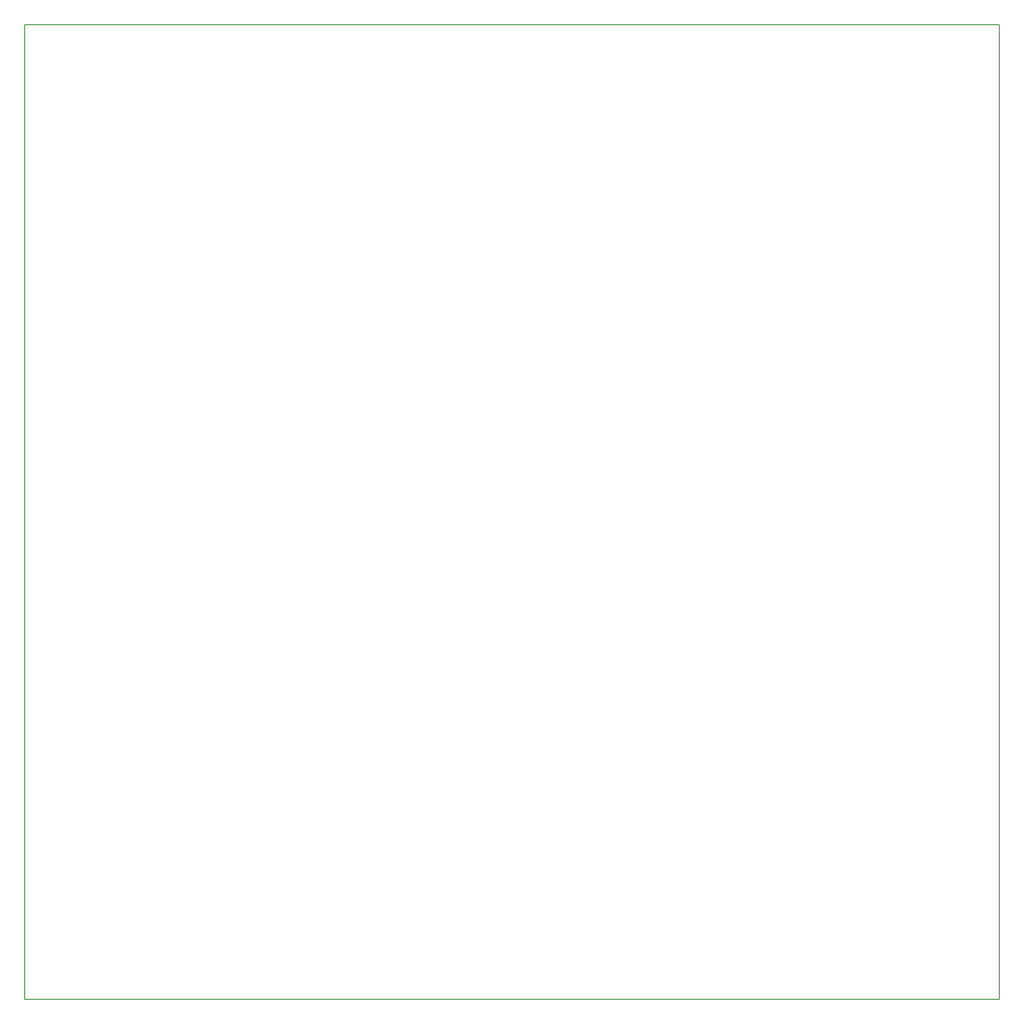
<source format=gm1>
G04 #@! TF.GenerationSoftware,KiCad,Pcbnew,5.0.2-bee76a0~70~ubuntu18.04.1*
G04 #@! TF.CreationDate,2019-03-23T19:21:48-04:00*
G04 #@! TF.ProjectId,Array_v1,41727261-795f-4763-912e-6b696361645f,rev?*
G04 #@! TF.SameCoordinates,Original*
G04 #@! TF.FileFunction,Profile,NP*
%FSLAX46Y46*%
G04 Gerber Fmt 4.6, Leading zero omitted, Abs format (unit mm)*
G04 Created by KiCad (PCBNEW 5.0.2-bee76a0~70~ubuntu18.04.1) date Sat 23 Mar 2019 07:21:48 PM EDT*
%MOMM*%
%LPD*%
G01*
G04 APERTURE LIST*
%ADD10C,0.150000*%
G04 APERTURE END LIST*
D10*
X-70993000Y-2921000D02*
X-70993000Y-176834800D01*
X-244906800Y-176834800D02*
X-70993000Y-176834800D01*
X-244906800Y-176834800D02*
X-244906800Y-2921000D01*
X-70993000Y-2921000D02*
X-244906800Y-2921000D01*
M02*

</source>
